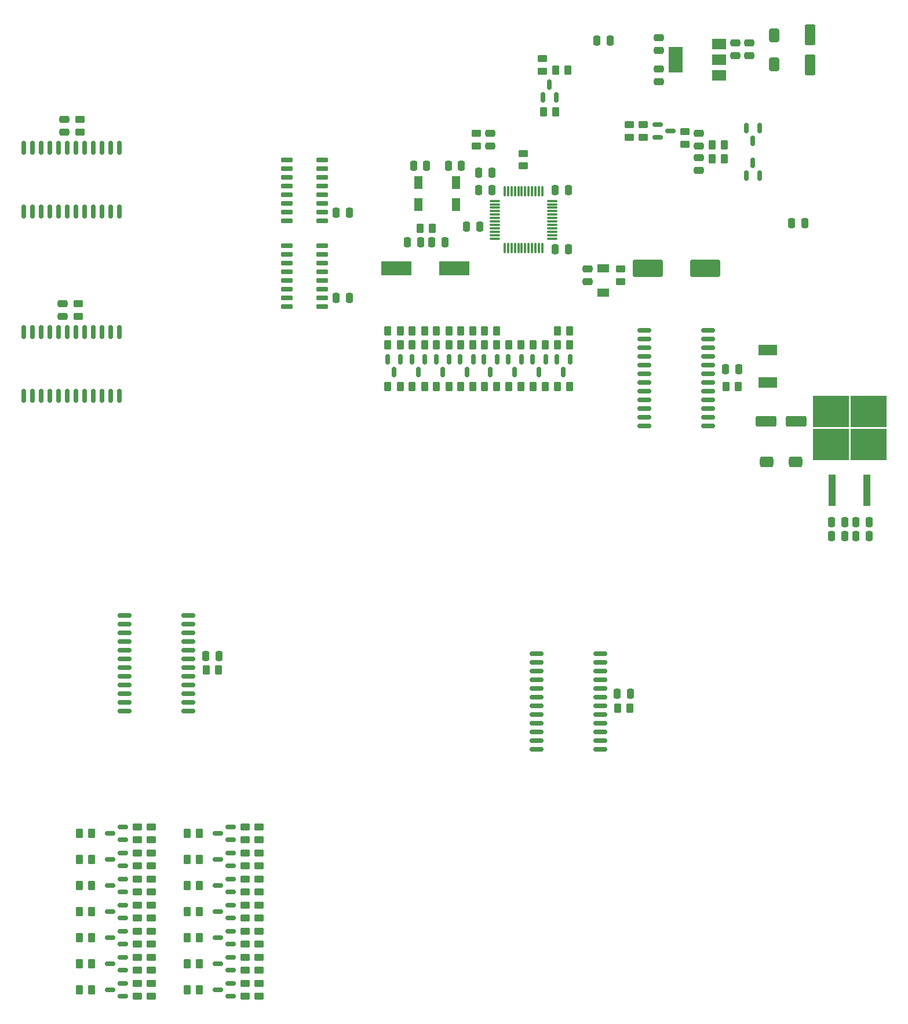
<source format=gbr>
%TF.GenerationSoftware,KiCad,Pcbnew,6.0.7-f9a2dced07~116~ubuntu20.04.1*%
%TF.CreationDate,2022-10-07T18:50:10+02:00*%
%TF.ProjectId,dcf77,64636637-372e-46b6-9963-61645f706362,rev?*%
%TF.SameCoordinates,Original*%
%TF.FileFunction,Paste,Top*%
%TF.FilePolarity,Positive*%
%FSLAX46Y46*%
G04 Gerber Fmt 4.6, Leading zero omitted, Abs format (unit mm)*
G04 Created by KiCad (PCBNEW 6.0.7-f9a2dced07~116~ubuntu20.04.1) date 2022-10-07 18:50:10*
%MOMM*%
%LPD*%
G01*
G04 APERTURE LIST*
G04 Aperture macros list*
%AMRoundRect*
0 Rectangle with rounded corners*
0 $1 Rounding radius*
0 $2 $3 $4 $5 $6 $7 $8 $9 X,Y pos of 4 corners*
0 Add a 4 corners polygon primitive as box body*
4,1,4,$2,$3,$4,$5,$6,$7,$8,$9,$2,$3,0*
0 Add four circle primitives for the rounded corners*
1,1,$1+$1,$2,$3*
1,1,$1+$1,$4,$5*
1,1,$1+$1,$6,$7*
1,1,$1+$1,$8,$9*
0 Add four rect primitives between the rounded corners*
20,1,$1+$1,$2,$3,$4,$5,0*
20,1,$1+$1,$4,$5,$6,$7,0*
20,1,$1+$1,$6,$7,$8,$9,0*
20,1,$1+$1,$8,$9,$2,$3,0*%
G04 Aperture macros list end*
%ADD10R,1.100000X4.600000*%
%ADD11R,5.250000X4.550000*%
%ADD12RoundRect,0.250000X0.450000X-0.262500X0.450000X0.262500X-0.450000X0.262500X-0.450000X-0.262500X0*%
%ADD13RoundRect,0.150000X-0.875000X-0.150000X0.875000X-0.150000X0.875000X0.150000X-0.875000X0.150000X0*%
%ADD14RoundRect,0.150000X0.587500X0.150000X-0.587500X0.150000X-0.587500X-0.150000X0.587500X-0.150000X0*%
%ADD15RoundRect,0.250000X-0.475000X0.250000X-0.475000X-0.250000X0.475000X-0.250000X0.475000X0.250000X0*%
%ADD16RoundRect,0.250000X-0.262500X-0.450000X0.262500X-0.450000X0.262500X0.450000X-0.262500X0.450000X0*%
%ADD17RoundRect,0.150000X0.150000X-0.587500X0.150000X0.587500X-0.150000X0.587500X-0.150000X-0.587500X0*%
%ADD18RoundRect,0.250000X-0.250000X-0.475000X0.250000X-0.475000X0.250000X0.475000X-0.250000X0.475000X0*%
%ADD19RoundRect,0.250000X-0.450000X0.262500X-0.450000X-0.262500X0.450000X-0.262500X0.450000X0.262500X0*%
%ADD20RoundRect,0.250000X0.262500X0.450000X-0.262500X0.450000X-0.262500X-0.450000X0.262500X-0.450000X0*%
%ADD21RoundRect,0.250000X0.250000X0.475000X-0.250000X0.475000X-0.250000X-0.475000X0.250000X-0.475000X0*%
%ADD22RoundRect,0.150000X-0.150000X0.587500X-0.150000X-0.587500X0.150000X-0.587500X0.150000X0.587500X0*%
%ADD23RoundRect,0.250000X-1.250000X-0.550000X1.250000X-0.550000X1.250000X0.550000X-1.250000X0.550000X0*%
%ADD24R,1.700000X1.300000*%
%ADD25RoundRect,0.150000X-0.725000X-0.150000X0.725000X-0.150000X0.725000X0.150000X-0.725000X0.150000X0*%
%ADD26RoundRect,0.150000X0.150000X-0.875000X0.150000X0.875000X-0.150000X0.875000X-0.150000X-0.875000X0*%
%ADD27R,2.000000X1.500000*%
%ADD28R,2.000000X3.800000*%
%ADD29RoundRect,0.150000X-0.587500X-0.150000X0.587500X-0.150000X0.587500X0.150000X-0.587500X0.150000X0*%
%ADD30RoundRect,0.250000X0.475000X-0.250000X0.475000X0.250000X-0.475000X0.250000X-0.475000X-0.250000X0*%
%ADD31RoundRect,0.250000X0.550000X-1.250000X0.550000X1.250000X-0.550000X1.250000X-0.550000X-1.250000X0*%
%ADD32R,2.700000X1.500000*%
%ADD33RoundRect,0.250000X-1.950000X-1.000000X1.950000X-1.000000X1.950000X1.000000X-1.950000X1.000000X0*%
%ADD34R,4.500000X2.000000*%
%ADD35RoundRect,0.400000X-0.400000X0.600000X-0.400000X-0.600000X0.400000X-0.600000X0.400000X0.600000X0*%
%ADD36RoundRect,0.075000X-0.662500X-0.075000X0.662500X-0.075000X0.662500X0.075000X-0.662500X0.075000X0*%
%ADD37RoundRect,0.075000X-0.075000X-0.662500X0.075000X-0.662500X0.075000X0.662500X-0.075000X0.662500X0*%
%ADD38R,1.300000X1.900000*%
%ADD39RoundRect,0.400000X0.600000X0.400000X-0.600000X0.400000X-0.600000X-0.400000X0.600000X-0.400000X0*%
G04 APERTURE END LIST*
D10*
%TO.C,U501*%
X166540000Y-92150000D03*
X161460000Y-92150000D03*
D11*
X161225000Y-80575000D03*
X166775000Y-85425000D03*
X161225000Y-85425000D03*
X166775000Y-80575000D03*
%TD*%
D12*
%TO.C,R433*%
X75692000Y-146962500D03*
X75692000Y-145137500D03*
%TD*%
%TO.C,R421*%
X75692000Y-158392500D03*
X75692000Y-156567500D03*
%TD*%
D13*
%TO.C,U405*%
X58088000Y-110363000D03*
X58088000Y-111633000D03*
X58088000Y-112903000D03*
X58088000Y-114173000D03*
X58088000Y-115443000D03*
X58088000Y-116713000D03*
X58088000Y-117983000D03*
X58088000Y-119253000D03*
X58088000Y-120523000D03*
X58088000Y-121793000D03*
X58088000Y-123063000D03*
X58088000Y-124333000D03*
X67388000Y-124333000D03*
X67388000Y-123063000D03*
X67388000Y-121793000D03*
X67388000Y-120523000D03*
X67388000Y-119253000D03*
X67388000Y-117983000D03*
X67388000Y-116713000D03*
X67388000Y-115443000D03*
X67388000Y-114173000D03*
X67388000Y-112903000D03*
X67388000Y-111633000D03*
X67388000Y-110363000D03*
%TD*%
D14*
%TO.C,Q409*%
X73581500Y-147000000D03*
X73581500Y-145100000D03*
X71706500Y-146050000D03*
%TD*%
D15*
%TO.C,C513*%
X149352000Y-26736000D03*
X149352000Y-28636000D03*
%TD*%
D14*
%TO.C,Q404*%
X73581500Y-158430000D03*
X73581500Y-156530000D03*
X71706500Y-157480000D03*
%TD*%
D16*
%TO.C,R519*%
X117705500Y-70866000D03*
X119530500Y-70866000D03*
%TD*%
D17*
%TO.C,Q505*%
X119192000Y-34719500D03*
X121092000Y-34719500D03*
X120142000Y-32844500D03*
%TD*%
%TO.C,D506*%
X148910000Y-46149500D03*
X150810000Y-46149500D03*
X149860000Y-44274500D03*
%TD*%
D18*
%TO.C,C522*%
X127066000Y-26416000D03*
X128966000Y-26416000D03*
%TD*%
D12*
%TO.C,R441*%
X59944000Y-146962500D03*
X59944000Y-145137500D03*
%TD*%
D19*
%TO.C,R438*%
X61976000Y-148947500D03*
X61976000Y-150772500D03*
%TD*%
D20*
%TO.C,R515*%
X105457000Y-70845500D03*
X103632000Y-70845500D03*
%TD*%
D19*
%TO.C,R436*%
X77724000Y-141327500D03*
X77724000Y-143152500D03*
%TD*%
D12*
%TO.C,R417*%
X75692000Y-166012500D03*
X75692000Y-164187500D03*
%TD*%
D21*
%TO.C,C523*%
X109916000Y-53594000D03*
X108016000Y-53594000D03*
%TD*%
D14*
%TO.C,Q401*%
X57833500Y-143190000D03*
X57833500Y-141290000D03*
X55958500Y-142240000D03*
%TD*%
D16*
%TO.C,R512*%
X103632000Y-68813500D03*
X105457000Y-68813500D03*
%TD*%
D18*
%TO.C,C504*%
X161356000Y-98806000D03*
X163256000Y-98806000D03*
%TD*%
D22*
%TO.C,Q501*%
X98382500Y-72956000D03*
X96482500Y-72956000D03*
X97432500Y-74831000D03*
%TD*%
D21*
%TO.C,C1*%
X111694000Y-45720000D03*
X109794000Y-45720000D03*
%TD*%
D19*
%TO.C,R440*%
X61976000Y-145137500D03*
X61976000Y-146962500D03*
%TD*%
D12*
%TO.C,R529*%
X61976000Y-166012500D03*
X61976000Y-164187500D03*
%TD*%
D21*
%TO.C,C510*%
X104836000Y-55880000D03*
X102936000Y-55880000D03*
%TD*%
D23*
%TO.C,C503*%
X151800000Y-82000000D03*
X156200000Y-82000000D03*
%TD*%
D16*
%TO.C,R521*%
X107141000Y-68834000D03*
X108966000Y-68834000D03*
%TD*%
D14*
%TO.C,Q412*%
X57833500Y-150810000D03*
X57833500Y-148910000D03*
X55958500Y-149860000D03*
%TD*%
D16*
%TO.C,R533*%
X121261500Y-70866000D03*
X123086500Y-70866000D03*
%TD*%
D24*
%TO.C,D501*%
X128016000Y-59718000D03*
X128016000Y-63218000D03*
%TD*%
D19*
%TO.C,R418*%
X77724000Y-160377500D03*
X77724000Y-162202500D03*
%TD*%
D14*
%TO.C,Q413*%
X57833500Y-147000000D03*
X57833500Y-145100000D03*
X55958500Y-146050000D03*
%TD*%
D25*
%TO.C,U404*%
X81753000Y-43815000D03*
X81753000Y-45085000D03*
X81753000Y-46355000D03*
X81753000Y-47625000D03*
X81753000Y-48895000D03*
X81753000Y-50165000D03*
X81753000Y-51435000D03*
X81753000Y-52705000D03*
X86903000Y-52705000D03*
X86903000Y-51435000D03*
X86903000Y-50165000D03*
X86903000Y-48895000D03*
X86903000Y-47625000D03*
X86903000Y-46355000D03*
X86903000Y-45085000D03*
X86903000Y-43815000D03*
%TD*%
D20*
%TO.C,R506*%
X101901000Y-76941500D03*
X100076000Y-76941500D03*
%TD*%
D14*
%TO.C,Q408*%
X57833500Y-158430000D03*
X57833500Y-156530000D03*
X55958500Y-157480000D03*
%TD*%
%TO.C,Q402*%
X73581500Y-166050000D03*
X73581500Y-164150000D03*
X71706500Y-165100000D03*
%TD*%
D26*
%TO.C,U402*%
X43307000Y-51386000D03*
X44577000Y-51386000D03*
X45847000Y-51386000D03*
X47117000Y-51386000D03*
X48387000Y-51386000D03*
X49657000Y-51386000D03*
X50927000Y-51386000D03*
X52197000Y-51386000D03*
X53467000Y-51386000D03*
X54737000Y-51386000D03*
X56007000Y-51386000D03*
X57277000Y-51386000D03*
X57277000Y-42086000D03*
X56007000Y-42086000D03*
X54737000Y-42086000D03*
X53467000Y-42086000D03*
X52197000Y-42086000D03*
X50927000Y-42086000D03*
X49657000Y-42086000D03*
X48387000Y-42086000D03*
X47117000Y-42086000D03*
X45847000Y-42086000D03*
X44577000Y-42086000D03*
X43307000Y-42086000D03*
%TD*%
D20*
%TO.C,R537*%
X112418500Y-70866000D03*
X110593500Y-70866000D03*
%TD*%
D22*
%TO.C,Q503*%
X105494500Y-72956000D03*
X103594500Y-72956000D03*
X104544500Y-74831000D03*
%TD*%
D19*
%TO.C,R507*%
X116332000Y-42879000D03*
X116332000Y-44704000D03*
%TD*%
D20*
%TO.C,R409*%
X53236500Y-146050000D03*
X51411500Y-146050000D03*
%TD*%
%TO.C,R523*%
X122832500Y-30734000D03*
X121007500Y-30734000D03*
%TD*%
D14*
%TO.C,Q410*%
X57833500Y-154620000D03*
X57833500Y-152720000D03*
X55958500Y-153670000D03*
%TD*%
D12*
%TO.C,R439*%
X59944000Y-150772500D03*
X59944000Y-148947500D03*
%TD*%
D19*
%TO.C,R516*%
X119126000Y-29059500D03*
X119126000Y-30884500D03*
%TD*%
D16*
%TO.C,R536*%
X110593500Y-68834000D03*
X112418500Y-68834000D03*
%TD*%
D19*
%TO.C,R414*%
X61976000Y-141327500D03*
X61976000Y-143152500D03*
%TD*%
D12*
%TO.C,R435*%
X59944000Y-154582500D03*
X59944000Y-152757500D03*
%TD*%
D14*
%TO.C,Q407*%
X73581500Y-150810000D03*
X73581500Y-148910000D03*
X71706500Y-149860000D03*
%TD*%
D20*
%TO.C,R404*%
X68984500Y-153670000D03*
X67159500Y-153670000D03*
%TD*%
D18*
%TO.C,C403*%
X88966000Y-51562000D03*
X90866000Y-51562000D03*
%TD*%
D20*
%TO.C,R517*%
X121054500Y-36830000D03*
X119229500Y-36830000D03*
%TD*%
D27*
%TO.C,U502*%
X144882000Y-31510000D03*
D28*
X138582000Y-29210000D03*
D27*
X144882000Y-29210000D03*
X144882000Y-26910000D03*
%TD*%
D19*
%TO.C,R532*%
X59944000Y-164187500D03*
X59944000Y-166012500D03*
%TD*%
D18*
%TO.C,C404*%
X88966000Y-64008000D03*
X90866000Y-64008000D03*
%TD*%
D16*
%TO.C,R511*%
X103632000Y-76941500D03*
X105457000Y-76941500D03*
%TD*%
D20*
%TO.C,R401*%
X68984500Y-142240000D03*
X67159500Y-142240000D03*
%TD*%
%TO.C,R413*%
X53236500Y-161290000D03*
X51411500Y-161290000D03*
%TD*%
D16*
%TO.C,R514*%
X114149500Y-76962000D03*
X115974500Y-76962000D03*
%TD*%
D19*
%TO.C,R505*%
X130556000Y-59793500D03*
X130556000Y-61618500D03*
%TD*%
D21*
%TO.C,C512*%
X102169000Y-44704000D03*
X100269000Y-44704000D03*
%TD*%
D16*
%TO.C,R526*%
X121261500Y-76962000D03*
X123086500Y-76962000D03*
%TD*%
D22*
%TO.C,Q510*%
X123124000Y-72976500D03*
X121224000Y-72976500D03*
X122174000Y-74851500D03*
%TD*%
D20*
%TO.C,R509*%
X101901000Y-70845500D03*
X100076000Y-70845500D03*
%TD*%
D29*
%TO.C,Q508*%
X135968500Y-38674000D03*
X135968500Y-40574000D03*
X137843500Y-39624000D03*
%TD*%
D14*
%TO.C,Q406*%
X57833500Y-162240000D03*
X57833500Y-160340000D03*
X55958500Y-161290000D03*
%TD*%
D20*
%TO.C,R534*%
X145692500Y-43688000D03*
X143867500Y-43688000D03*
%TD*%
%TO.C,R406*%
X68984500Y-161290000D03*
X67159500Y-161290000D03*
%TD*%
D18*
%TO.C,C201*%
X130048000Y-121854000D03*
X131948000Y-121854000D03*
%TD*%
D20*
%TO.C,R407*%
X68984500Y-165100000D03*
X67159500Y-165100000D03*
%TD*%
D19*
%TO.C,R424*%
X61976000Y-160377500D03*
X61976000Y-162202500D03*
%TD*%
%TO.C,R428*%
X51308000Y-64873500D03*
X51308000Y-66698500D03*
%TD*%
D20*
%TO.C,R518*%
X108966000Y-76962000D03*
X107141000Y-76962000D03*
%TD*%
D12*
%TO.C,R431*%
X59944000Y-158392500D03*
X59944000Y-156567500D03*
%TD*%
%TO.C,R527*%
X131826000Y-40536500D03*
X131826000Y-38711500D03*
%TD*%
D16*
%TO.C,R513*%
X114149500Y-70866000D03*
X115974500Y-70866000D03*
%TD*%
%TO.C,R508*%
X100076000Y-68813500D03*
X101901000Y-68813500D03*
%TD*%
D30*
%TO.C,C401*%
X49022000Y-66736000D03*
X49022000Y-64836000D03*
%TD*%
D22*
%TO.C,D505*%
X150810000Y-39194500D03*
X148910000Y-39194500D03*
X149860000Y-41069500D03*
%TD*%
D20*
%TO.C,R411*%
X53236500Y-153670000D03*
X51411500Y-153670000D03*
%TD*%
%TO.C,R531*%
X145692500Y-41656000D03*
X143867500Y-41656000D03*
%TD*%
D31*
%TO.C,C517*%
X158250000Y-29950000D03*
X158250000Y-25550000D03*
%TD*%
D19*
%TO.C,R416*%
X77724000Y-164187500D03*
X77724000Y-166012500D03*
%TD*%
D22*
%TO.C,Q502*%
X101938500Y-72956000D03*
X100038500Y-72956000D03*
X100988500Y-74831000D03*
%TD*%
%TO.C,Q504*%
X116012000Y-72976500D03*
X114112000Y-72976500D03*
X115062000Y-74851500D03*
%TD*%
D14*
%TO.C,Q405*%
X73581500Y-154620000D03*
X73581500Y-152720000D03*
X71706500Y-153670000D03*
%TD*%
D19*
%TO.C,R430*%
X61976000Y-156567500D03*
X61976000Y-158392500D03*
%TD*%
D18*
%TO.C,C511*%
X105349000Y-44704000D03*
X107249000Y-44704000D03*
%TD*%
D16*
%TO.C,R502*%
X96520000Y-68813500D03*
X98345000Y-68813500D03*
%TD*%
D15*
%TO.C,C502*%
X125730000Y-59756000D03*
X125730000Y-61656000D03*
%TD*%
D20*
%TO.C,R528*%
X123086500Y-68834000D03*
X121261500Y-68834000D03*
%TD*%
D12*
%TO.C,R530*%
X139954000Y-41552500D03*
X139954000Y-39727500D03*
%TD*%
D20*
%TO.C,R403*%
X68984500Y-149860000D03*
X67159500Y-149860000D03*
%TD*%
D14*
%TO.C,Q509*%
X57833500Y-166050000D03*
X57833500Y-164150000D03*
X55958500Y-165100000D03*
%TD*%
D30*
%TO.C,C521*%
X49276000Y-39812000D03*
X49276000Y-37912000D03*
%TD*%
D16*
%TO.C,R524*%
X51411500Y-165100000D03*
X53236500Y-165100000D03*
%TD*%
D20*
%TO.C,R201*%
X131910500Y-123952000D03*
X130085500Y-123952000D03*
%TD*%
D32*
%TO.C,D502*%
X152000000Y-76400000D03*
X152000000Y-71600000D03*
%TD*%
D20*
%TO.C,R402*%
X68984500Y-146050000D03*
X67159500Y-146050000D03*
%TD*%
%TO.C,R405*%
X68984500Y-157480000D03*
X67159500Y-157480000D03*
%TD*%
D33*
%TO.C,C501*%
X134484000Y-59690000D03*
X142884000Y-59690000D03*
%TD*%
D30*
%TO.C,C508*%
X111506000Y-41844000D03*
X111506000Y-39944000D03*
%TD*%
D12*
%TO.C,R503*%
X109474000Y-41806500D03*
X109474000Y-39981500D03*
%TD*%
D18*
%TO.C,C526*%
X120970000Y-48260000D03*
X122870000Y-48260000D03*
%TD*%
D34*
%TO.C,Y501*%
X106231000Y-59690000D03*
X97731000Y-59690000D03*
%TD*%
D12*
%TO.C,R437*%
X75692000Y-143152500D03*
X75692000Y-141327500D03*
%TD*%
%TO.C,R423*%
X75692000Y-154582500D03*
X75692000Y-152757500D03*
%TD*%
D21*
%TO.C,C507*%
X166812000Y-98806000D03*
X164912000Y-98806000D03*
%TD*%
D19*
%TO.C,R432*%
X77724000Y-145137500D03*
X77724000Y-146962500D03*
%TD*%
%TO.C,R422*%
X77724000Y-152757500D03*
X77724000Y-154582500D03*
%TD*%
D12*
%TO.C,R415*%
X59944000Y-143152500D03*
X59944000Y-141327500D03*
%TD*%
D14*
%TO.C,Q403*%
X73581500Y-162240000D03*
X73581500Y-160340000D03*
X71706500Y-161290000D03*
%TD*%
D22*
%TO.C,Q506*%
X119568000Y-72976500D03*
X117668000Y-72976500D03*
X118618000Y-74851500D03*
%TD*%
D20*
%TO.C,R442*%
X71778500Y-118364000D03*
X69953500Y-118364000D03*
%TD*%
D12*
%TO.C,R425*%
X59944000Y-162202500D03*
X59944000Y-160377500D03*
%TD*%
D18*
%TO.C,C301*%
X145862000Y-74422000D03*
X147762000Y-74422000D03*
%TD*%
D19*
%TO.C,R525*%
X133858000Y-38711500D03*
X133858000Y-40536500D03*
%TD*%
D21*
%TO.C,C506*%
X166812000Y-96774000D03*
X164912000Y-96774000D03*
%TD*%
D20*
%TO.C,R504*%
X98345000Y-70845500D03*
X96520000Y-70845500D03*
%TD*%
D22*
%TO.C,Q507*%
X109003500Y-72976500D03*
X107103500Y-72976500D03*
X108053500Y-74851500D03*
%TD*%
D19*
%TO.C,R434*%
X61976000Y-152757500D03*
X61976000Y-154582500D03*
%TD*%
D15*
%TO.C,C516*%
X136144000Y-30546000D03*
X136144000Y-32446000D03*
%TD*%
D18*
%TO.C,C402*%
X69916000Y-116332000D03*
X71816000Y-116332000D03*
%TD*%
D19*
%TO.C,R427*%
X51562000Y-37949500D03*
X51562000Y-39774500D03*
%TD*%
D26*
%TO.C,U403*%
X43307000Y-78310000D03*
X44577000Y-78310000D03*
X45847000Y-78310000D03*
X47117000Y-78310000D03*
X48387000Y-78310000D03*
X49657000Y-78310000D03*
X50927000Y-78310000D03*
X52197000Y-78310000D03*
X53467000Y-78310000D03*
X54737000Y-78310000D03*
X56007000Y-78310000D03*
X57277000Y-78310000D03*
X57277000Y-69010000D03*
X56007000Y-69010000D03*
X54737000Y-69010000D03*
X53467000Y-69010000D03*
X52197000Y-69010000D03*
X50927000Y-69010000D03*
X49657000Y-69010000D03*
X48387000Y-69010000D03*
X47117000Y-69010000D03*
X45847000Y-69010000D03*
X44577000Y-69010000D03*
X43307000Y-69010000D03*
%TD*%
D19*
%TO.C,R420*%
X77724000Y-156567500D03*
X77724000Y-158392500D03*
%TD*%
D35*
%TO.C,FB502*%
X153000000Y-29850000D03*
X153000000Y-25650000D03*
%TD*%
D20*
%TO.C,R520*%
X119530500Y-76962000D03*
X117705500Y-76962000D03*
%TD*%
%TO.C,R412*%
X53236500Y-157480000D03*
X51411500Y-157480000D03*
%TD*%
D18*
%TO.C,C525*%
X120970000Y-56896000D03*
X122870000Y-56896000D03*
%TD*%
D36*
%TO.C,U503*%
X112169500Y-49828000D03*
X112169500Y-50328000D03*
X112169500Y-50828000D03*
X112169500Y-51328000D03*
X112169500Y-51828000D03*
X112169500Y-52328000D03*
X112169500Y-52828000D03*
X112169500Y-53328000D03*
X112169500Y-53828000D03*
X112169500Y-54328000D03*
X112169500Y-54828000D03*
X112169500Y-55328000D03*
D37*
X113582000Y-56740500D03*
X114082000Y-56740500D03*
X114582000Y-56740500D03*
X115082000Y-56740500D03*
X115582000Y-56740500D03*
X116082000Y-56740500D03*
X116582000Y-56740500D03*
X117082000Y-56740500D03*
X117582000Y-56740500D03*
X118082000Y-56740500D03*
X118582000Y-56740500D03*
X119082000Y-56740500D03*
D36*
X120494500Y-55328000D03*
X120494500Y-54828000D03*
X120494500Y-54328000D03*
X120494500Y-53828000D03*
X120494500Y-53328000D03*
X120494500Y-52828000D03*
X120494500Y-52328000D03*
X120494500Y-51828000D03*
X120494500Y-51328000D03*
X120494500Y-50828000D03*
X120494500Y-50328000D03*
X120494500Y-49828000D03*
D37*
X119082000Y-48415500D03*
X118582000Y-48415500D03*
X118082000Y-48415500D03*
X117582000Y-48415500D03*
X117082000Y-48415500D03*
X116582000Y-48415500D03*
X116082000Y-48415500D03*
X115582000Y-48415500D03*
X115082000Y-48415500D03*
X114582000Y-48415500D03*
X114082000Y-48415500D03*
X113582000Y-48415500D03*
%TD*%
D16*
%TO.C,R535*%
X110593500Y-76962000D03*
X112418500Y-76962000D03*
%TD*%
D20*
%TO.C,R510*%
X103020500Y-53848000D03*
X101195500Y-53848000D03*
%TD*%
%TO.C,R408*%
X53236500Y-142240000D03*
X51411500Y-142240000D03*
%TD*%
D19*
%TO.C,R426*%
X77724000Y-148947500D03*
X77724000Y-150772500D03*
%TD*%
D21*
%TO.C,C518*%
X157414000Y-53086000D03*
X155514000Y-53086000D03*
%TD*%
D13*
%TO.C,U201*%
X118286000Y-115951000D03*
X118286000Y-117221000D03*
X118286000Y-118491000D03*
X118286000Y-119761000D03*
X118286000Y-121031000D03*
X118286000Y-122301000D03*
X118286000Y-123571000D03*
X118286000Y-124841000D03*
X118286000Y-126111000D03*
X118286000Y-127381000D03*
X118286000Y-128651000D03*
X118286000Y-129921000D03*
X127586000Y-129921000D03*
X127586000Y-128651000D03*
X127586000Y-127381000D03*
X127586000Y-126111000D03*
X127586000Y-124841000D03*
X127586000Y-123571000D03*
X127586000Y-122301000D03*
X127586000Y-121031000D03*
X127586000Y-119761000D03*
X127586000Y-118491000D03*
X127586000Y-117221000D03*
X127586000Y-115951000D03*
%TD*%
D22*
%TO.C,Q511*%
X112456000Y-72976500D03*
X110556000Y-72976500D03*
X111506000Y-74851500D03*
%TD*%
D18*
%TO.C,C509*%
X99380000Y-55880000D03*
X101280000Y-55880000D03*
%TD*%
D12*
%TO.C,R429*%
X75692000Y-150772500D03*
X75692000Y-148947500D03*
%TD*%
D30*
%TO.C,C520*%
X141986000Y-41844000D03*
X141986000Y-39944000D03*
%TD*%
D15*
%TO.C,C519*%
X141986000Y-43500000D03*
X141986000Y-45400000D03*
%TD*%
D16*
%TO.C,R501*%
X96520000Y-76941500D03*
X98345000Y-76941500D03*
%TD*%
D20*
%TO.C,R410*%
X53236500Y-149860000D03*
X51411500Y-149860000D03*
%TD*%
D38*
%TO.C,Y502*%
X106509000Y-47168000D03*
X101009000Y-47168000D03*
X101009000Y-50368000D03*
X106509000Y-50368000D03*
%TD*%
D30*
%TO.C,C515*%
X136144000Y-27874000D03*
X136144000Y-25974000D03*
%TD*%
D12*
%TO.C,R419*%
X75692000Y-162202500D03*
X75692000Y-160377500D03*
%TD*%
D18*
%TO.C,C505*%
X161356000Y-96774000D03*
X163256000Y-96774000D03*
%TD*%
D20*
%TO.C,R301*%
X147724500Y-76962000D03*
X145899500Y-76962000D03*
%TD*%
D15*
%TO.C,C514*%
X147320000Y-26736000D03*
X147320000Y-28636000D03*
%TD*%
D20*
%TO.C,R522*%
X108966000Y-70866000D03*
X107141000Y-70866000D03*
%TD*%
D13*
%TO.C,U301*%
X134034000Y-68707000D03*
X134034000Y-69977000D03*
X134034000Y-71247000D03*
X134034000Y-72517000D03*
X134034000Y-73787000D03*
X134034000Y-75057000D03*
X134034000Y-76327000D03*
X134034000Y-77597000D03*
X134034000Y-78867000D03*
X134034000Y-80137000D03*
X134034000Y-81407000D03*
X134034000Y-82677000D03*
X143334000Y-82677000D03*
X143334000Y-81407000D03*
X143334000Y-80137000D03*
X143334000Y-78867000D03*
X143334000Y-77597000D03*
X143334000Y-76327000D03*
X143334000Y-75057000D03*
X143334000Y-73787000D03*
X143334000Y-72517000D03*
X143334000Y-71247000D03*
X143334000Y-69977000D03*
X143334000Y-68707000D03*
%TD*%
D25*
%TO.C,U401*%
X81753000Y-56388000D03*
X81753000Y-57658000D03*
X81753000Y-58928000D03*
X81753000Y-60198000D03*
X81753000Y-61468000D03*
X81753000Y-62738000D03*
X81753000Y-64008000D03*
X81753000Y-65278000D03*
X86903000Y-65278000D03*
X86903000Y-64008000D03*
X86903000Y-62738000D03*
X86903000Y-61468000D03*
X86903000Y-60198000D03*
X86903000Y-58928000D03*
X86903000Y-57658000D03*
X86903000Y-56388000D03*
%TD*%
D21*
%TO.C,C524*%
X111694000Y-48260000D03*
X109794000Y-48260000D03*
%TD*%
D14*
%TO.C,Q411*%
X73581500Y-143190000D03*
X73581500Y-141290000D03*
X71706500Y-142240000D03*
%TD*%
D39*
%TO.C,FB501*%
X151900000Y-88000000D03*
X156100000Y-88000000D03*
%TD*%
M02*

</source>
